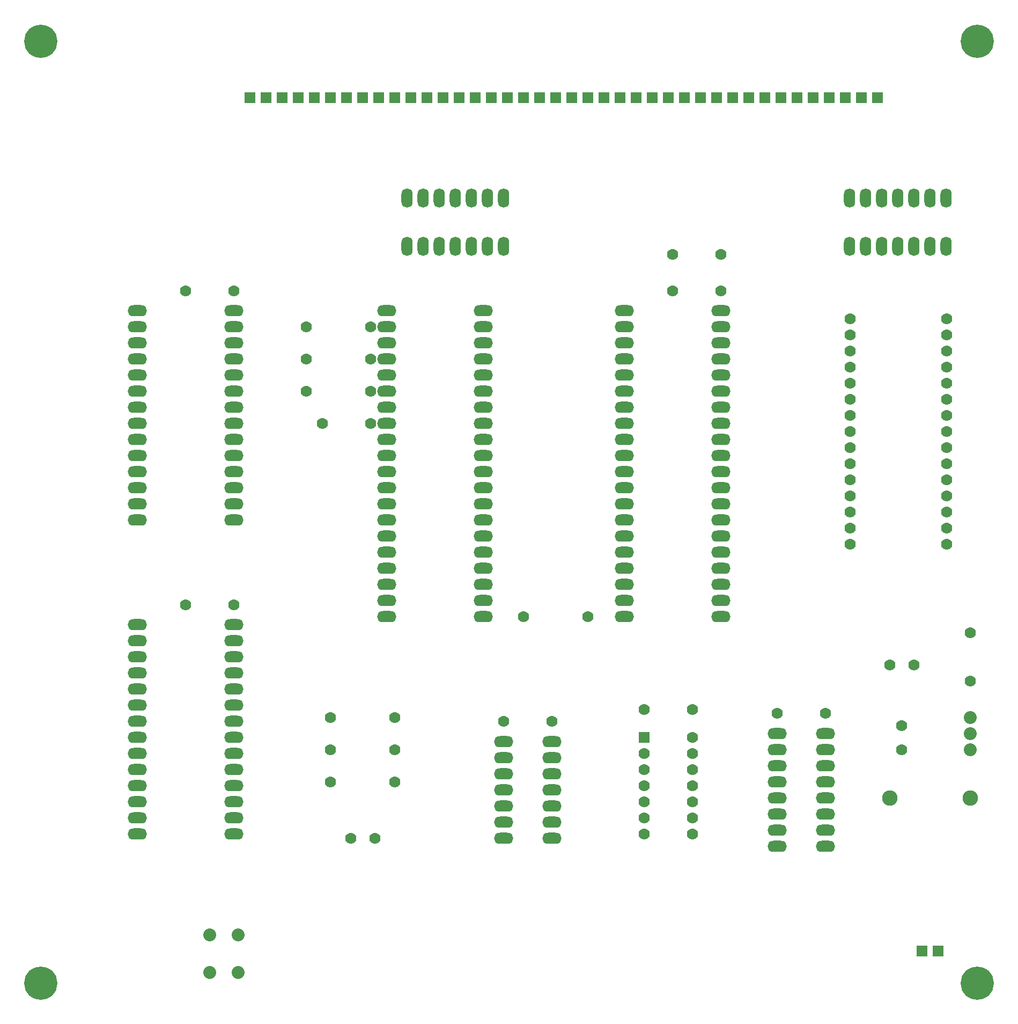
<source format=gbr>
G04 EasyPC Gerber Version 20.0.2 Build 4112 *
G04 #@! TF.Part,Single*
G04 #@! TF.FileFunction,Soldermask,Top *
%FSLAX35Y35*%
%MOIN*%
G04 #@! TA.AperFunction,ComponentPad*
%ADD72O,0.07000X0.12000*%
%ADD29R,0.07000X0.07000*%
%ADD28C,0.07000*%
%ADD73C,0.08000*%
%ADD74C,0.09600*%
G04 #@! TA.AperFunction,WasherPad*
%ADD26C,0.20685*%
G04 #@! TA.AperFunction,ComponentPad*
%ADD27O,0.12000X0.07000*%
X0Y0D02*
D02*
D26*
X28100Y28100D03*
Y613100D03*
X610049Y28100D03*
Y613100D03*
D02*
D27*
X88100Y120600D03*
Y130600D03*
Y140600D03*
Y150600D03*
Y160600D03*
Y170600D03*
Y180600D03*
Y190600D03*
Y200600D03*
Y210600D03*
Y220600D03*
Y230600D03*
Y240600D03*
Y250600D03*
Y315600D03*
Y325600D03*
Y335600D03*
Y345600D03*
Y355600D03*
Y365600D03*
Y375600D03*
Y385600D03*
Y395600D03*
Y405600D03*
Y415600D03*
Y425600D03*
Y435600D03*
Y445600D03*
X148100Y120600D03*
Y130600D03*
Y140600D03*
Y150600D03*
Y160600D03*
Y170600D03*
Y180600D03*
Y190600D03*
Y200600D03*
Y210600D03*
Y220600D03*
Y230600D03*
Y240600D03*
Y250600D03*
Y315600D03*
Y325600D03*
Y335600D03*
Y345600D03*
Y355600D03*
Y365600D03*
Y375600D03*
Y385600D03*
Y395600D03*
Y405600D03*
Y415600D03*
Y425600D03*
Y435600D03*
Y445600D03*
X243100Y255600D03*
Y265600D03*
Y275600D03*
Y285600D03*
Y295600D03*
Y305600D03*
Y315600D03*
Y325600D03*
Y335600D03*
Y345600D03*
Y355600D03*
Y365600D03*
Y375600D03*
Y385600D03*
Y395600D03*
Y405600D03*
Y415600D03*
Y425600D03*
Y435600D03*
Y445600D03*
X303100Y255600D03*
Y265600D03*
Y275600D03*
Y285600D03*
Y295600D03*
Y305600D03*
Y315600D03*
Y325600D03*
Y335600D03*
Y345600D03*
Y355600D03*
Y365600D03*
Y375600D03*
Y385600D03*
Y395600D03*
Y405600D03*
Y415600D03*
Y425600D03*
Y435600D03*
Y445600D03*
X315600Y118100D03*
Y128100D03*
Y138100D03*
Y148100D03*
Y158100D03*
Y168100D03*
Y178100D03*
X345600Y118100D03*
Y128100D03*
Y138100D03*
Y148100D03*
Y158100D03*
Y168100D03*
Y178100D03*
X390600Y255600D03*
Y265600D03*
Y275600D03*
Y285600D03*
Y295600D03*
Y305600D03*
Y315600D03*
Y325600D03*
Y335600D03*
Y345600D03*
Y355600D03*
Y365600D03*
Y375600D03*
Y385600D03*
Y395600D03*
Y405600D03*
Y415600D03*
Y425600D03*
Y435600D03*
Y445600D03*
X450600Y255600D03*
Y265600D03*
Y275600D03*
Y285600D03*
Y295600D03*
Y305600D03*
Y315600D03*
Y325600D03*
Y335600D03*
Y345600D03*
Y355600D03*
Y365600D03*
Y375600D03*
Y385600D03*
Y395600D03*
Y405600D03*
Y415600D03*
Y425600D03*
Y435600D03*
Y445600D03*
X485600Y113100D03*
Y123100D03*
Y133100D03*
Y143100D03*
Y153100D03*
Y163100D03*
Y173100D03*
Y183100D03*
X515600Y113100D03*
Y123100D03*
Y133100D03*
Y143100D03*
Y153100D03*
Y163100D03*
Y173100D03*
Y183100D03*
D02*
D28*
X118100Y263100D03*
Y458100D03*
X148100Y263100D03*
Y458100D03*
X193100Y395600D03*
Y415600D03*
Y435600D03*
X203100Y375600D03*
X208100Y153100D03*
Y173100D03*
Y193100D03*
X220600Y118100D03*
X233100Y375600D03*
Y395600D03*
Y415600D03*
Y435600D03*
X235600Y118100D03*
X248100Y153100D03*
Y173100D03*
Y193100D03*
X315600Y190600D03*
X328100Y255600D03*
X345600Y190600D03*
X368100Y255600D03*
X403100Y120600D03*
Y130600D03*
Y140600D03*
Y150600D03*
Y160600D03*
Y170600D03*
Y198100D03*
X420600Y458100D03*
Y480600D03*
X433100Y120600D03*
Y130600D03*
Y140600D03*
Y150600D03*
Y160600D03*
Y170600D03*
Y180600D03*
Y198100D03*
X450600Y458100D03*
Y480600D03*
X485600Y195600D03*
X515600D03*
X531100Y300600D03*
Y310600D03*
Y320600D03*
Y330600D03*
Y340600D03*
Y350600D03*
Y360600D03*
Y370600D03*
Y380600D03*
Y390600D03*
Y400600D03*
Y410600D03*
Y420600D03*
Y430600D03*
Y440600D03*
X555600Y225600D03*
X563100Y173100D03*
Y188100D03*
X570600Y225600D03*
X591100Y300600D03*
Y310600D03*
Y320600D03*
Y330600D03*
Y340600D03*
Y350600D03*
Y360600D03*
Y370600D03*
Y380600D03*
Y390600D03*
Y400600D03*
Y410600D03*
Y420600D03*
Y430600D03*
Y440600D03*
X605600Y215600D03*
Y245600D03*
D02*
D29*
X158100Y578100D03*
X168100D03*
X178100D03*
X188100D03*
X198100D03*
X208100D03*
X218100D03*
X228100D03*
X238100D03*
X248100D03*
X258100D03*
X268100D03*
X278100D03*
X288100D03*
X298100D03*
X308100D03*
X318100D03*
X328100D03*
X338100D03*
X348100D03*
X358100D03*
X368100D03*
X378100D03*
X388100D03*
X398100D03*
X403100Y180600D03*
X408100Y578100D03*
X418100D03*
X428100D03*
X438100D03*
X448100D03*
X458100D03*
X468100D03*
X478100D03*
X488100D03*
X498100D03*
X508100D03*
X518100D03*
X528100D03*
X538100D03*
X548100D03*
X575600Y48100D03*
X585600D03*
D02*
D72*
X255600Y485600D03*
Y515600D03*
X265600Y485600D03*
Y515600D03*
X275600Y485600D03*
Y515600D03*
X285600Y485600D03*
Y515600D03*
X295600Y485600D03*
Y515600D03*
X305600Y485600D03*
Y515600D03*
X315600Y485600D03*
Y515600D03*
X530600Y485600D03*
Y515600D03*
X540600Y485600D03*
Y515600D03*
X550600Y485600D03*
Y515600D03*
X560600Y485600D03*
Y515600D03*
X570600Y485600D03*
Y515600D03*
X580600Y485600D03*
Y515600D03*
X590600Y485600D03*
Y515600D03*
D02*
D73*
X133100Y34478D03*
Y58100D03*
X150817Y34478D03*
Y58100D03*
X605600Y173100D03*
Y183100D03*
Y193100D03*
D02*
D74*
X555600Y143100D03*
X605600D03*
X0Y0D02*
M02*

</source>
